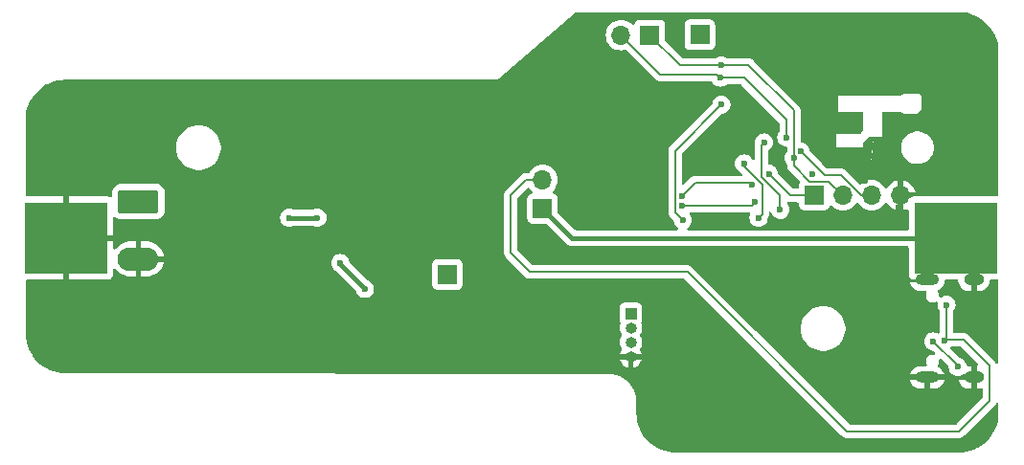
<source format=gbr>
%TF.GenerationSoftware,KiCad,Pcbnew,8.0.0*%
%TF.CreationDate,2024-06-13T14:54:28-05:00*%
%TF.ProjectId,SolarCheap,536f6c61-7243-4686-9561-702e6b696361,rev?*%
%TF.SameCoordinates,Original*%
%TF.FileFunction,Copper,L2,Bot*%
%TF.FilePolarity,Positive*%
%FSLAX46Y46*%
G04 Gerber Fmt 4.6, Leading zero omitted, Abs format (unit mm)*
G04 Created by KiCad (PCBNEW 8.0.0) date 2024-06-13 14:54:28*
%MOMM*%
%LPD*%
G01*
G04 APERTURE LIST*
G04 Aperture macros list*
%AMRoundRect*
0 Rectangle with rounded corners*
0 $1 Rounding radius*
0 $2 $3 $4 $5 $6 $7 $8 $9 X,Y pos of 4 corners*
0 Add a 4 corners polygon primitive as box body*
4,1,4,$2,$3,$4,$5,$6,$7,$8,$9,$2,$3,0*
0 Add four circle primitives for the rounded corners*
1,1,$1+$1,$2,$3*
1,1,$1+$1,$4,$5*
1,1,$1+$1,$6,$7*
1,1,$1+$1,$8,$9*
0 Add four rect primitives between the rounded corners*
20,1,$1+$1,$2,$3,$4,$5,0*
20,1,$1+$1,$4,$5,$6,$7,0*
20,1,$1+$1,$6,$7,$8,$9,0*
20,1,$1+$1,$8,$9,$2,$3,0*%
G04 Aperture macros list end*
%TA.AperFunction,ComponentPad*%
%ADD10R,1.700000X1.700000*%
%TD*%
%TA.AperFunction,ComponentPad*%
%ADD11O,1.700000X1.700000*%
%TD*%
%TA.AperFunction,ComponentPad*%
%ADD12O,2.100000X1.000000*%
%TD*%
%TA.AperFunction,ComponentPad*%
%ADD13O,1.800000X1.000000*%
%TD*%
%TA.AperFunction,ComponentPad*%
%ADD14RoundRect,0.249999X-1.550001X0.790001X-1.550001X-0.790001X1.550001X-0.790001X1.550001X0.790001X0*%
%TD*%
%TA.AperFunction,ComponentPad*%
%ADD15O,3.600000X2.080000*%
%TD*%
%TA.AperFunction,ComponentPad*%
%ADD16R,1.000000X1.000000*%
%TD*%
%TA.AperFunction,ComponentPad*%
%ADD17O,1.000000X1.000000*%
%TD*%
%TA.AperFunction,SMDPad,CuDef*%
%ADD18R,7.340000X6.350000*%
%TD*%
%TA.AperFunction,ViaPad*%
%ADD19C,0.600000*%
%TD*%
%TA.AperFunction,Conductor*%
%ADD20C,0.400000*%
%TD*%
%TA.AperFunction,Conductor*%
%ADD21C,0.200000*%
%TD*%
G04 APERTURE END LIST*
D10*
%TO.P,J5,1,Pin_1*%
%TO.N,+BATT*%
X153200000Y-125875000D03*
D11*
%TO.P,J5,2,Pin_2*%
%TO.N,+5V*%
X153200000Y-123335000D03*
%TD*%
D12*
%TO.P,J3,S1,SHIELD*%
%TO.N,VSS*%
X187175000Y-140820000D03*
D13*
X191325000Y-140820000D03*
D12*
X187175000Y-132180000D03*
D13*
X191325000Y-132180000D03*
%TD*%
D10*
%TO.P,J2,1,Pin_1*%
%TO.N,+BATT*%
X144800000Y-131700000D03*
%TD*%
%TO.P,J6,1,Pin_1*%
%TO.N,GPS_TX*%
X162675000Y-110535000D03*
D11*
%TO.P,J6,2,Pin_2*%
%TO.N,GPS_RX*%
X160135000Y-110535000D03*
%TD*%
D14*
%TO.P,J1,1,Pin_1*%
%TO.N,Net-(J1-Pin_1)*%
X117477500Y-125260000D03*
D15*
%TO.P,J1,2,Pin_2*%
%TO.N,VSS*%
X117477500Y-130340000D03*
%TD*%
D10*
%TO.P,J4,1,Pin_1*%
%TO.N,Net-(J4-Pin_1)*%
X167100000Y-110500000D03*
%TD*%
%TO.P,J7,1,Pin_1*%
%TO.N,VCC*%
X177200000Y-124720000D03*
D11*
%TO.P,J7,2,Pin_2*%
%TO.N,GPS_TX*%
X179740000Y-124720000D03*
%TO.P,J7,3,Pin_3*%
%TO.N,GPS_RX*%
X182280000Y-124720000D03*
%TO.P,J7,4,Pin_4*%
%TO.N,VSS*%
X184820000Y-124720000D03*
%TD*%
D16*
%TO.P,J8,1,Pin_1*%
%TO.N,GPIO5*%
X161000000Y-135190000D03*
D17*
%TO.P,J8,2,Pin_2*%
%TO.N,GPIO6*%
X161000000Y-136460000D03*
%TO.P,J8,3,Pin_3*%
%TO.N,GPIO7*%
X161000000Y-137730000D03*
%TO.P,J8,4,Pin_4*%
%TO.N,VSS*%
X161000000Y-139000000D03*
%TD*%
D18*
%TO.P,BT1,1,+*%
%TO.N,+BATT*%
X189730000Y-128500000D03*
%TO.P,BT1,2,-*%
%TO.N,VSS*%
X111070000Y-128500000D03*
%TD*%
D19*
%TO.N,VSS*%
X158600000Y-126500000D03*
X177200000Y-126800000D03*
X161900000Y-122500000D03*
X188700000Y-113700000D03*
X169000000Y-118900000D03*
X181700000Y-123400000D03*
X177070190Y-122829810D03*
X178400000Y-119500000D03*
X183300000Y-113300000D03*
X189700000Y-118900000D03*
X180700000Y-135200000D03*
X173600000Y-127000000D03*
X179600000Y-110800000D03*
X189000000Y-116000000D03*
X170400000Y-127300000D03*
X168600000Y-127400000D03*
X180400000Y-138100000D03*
X162600000Y-120700000D03*
X158400000Y-133700000D03*
X188600000Y-119100000D03*
X178709620Y-120790380D03*
X181100000Y-122600000D03*
X184200000Y-120400000D03*
X184700000Y-125800000D03*
X182500000Y-112100000D03*
X184700000Y-140100000D03*
X178400000Y-118000000D03*
X189800000Y-117000000D03*
X174300000Y-122200000D03*
X178400000Y-116600000D03*
X159800000Y-138400000D03*
X183000000Y-120900000D03*
X182500000Y-122000000D03*
X181900000Y-110700000D03*
X183300000Y-146600000D03*
X158500000Y-130500000D03*
X189100000Y-118000000D03*
X159200000Y-135700000D03*
X159600000Y-124700000D03*
X187600000Y-143100000D03*
X175600000Y-144000000D03*
X184900000Y-119400000D03*
X188300000Y-114700000D03*
X184900000Y-113200000D03*
X169000000Y-121400000D03*
X169000000Y-139600000D03*
X180100000Y-140700000D03*
X188100000Y-120000000D03*
X186800000Y-113200000D03*
X189600000Y-115100000D03*
X188100000Y-147000000D03*
X178954720Y-122035480D03*
%TO.N,Net-(J1-Pin_1)*%
X130800000Y-126700000D03*
X135312500Y-130700000D03*
X137500000Y-133000000D03*
X133300000Y-126700000D03*
%TO.N,VCC*%
X173201028Y-122819305D03*
%TO.N,+5V*%
X188700000Y-137600000D03*
X188900000Y-134400000D03*
%TO.N,Net-(J3-CC1)*%
X187740380Y-137640380D03*
X189900000Y-139900000D03*
%TO.N,SDA*%
X165500000Y-124800000D03*
X171749694Y-123800305D03*
%TO.N,SCL*%
X172769983Y-120030017D03*
X174200000Y-126000000D03*
X165550000Y-125600000D03*
X172000000Y-125300000D03*
%TO.N,GPS_En*%
X169000000Y-116700000D03*
X165600000Y-126900000D03*
%TO.N,GPS_TX*%
X169000000Y-113200000D03*
X175400000Y-121400000D03*
%TO.N,Reset*%
X172300000Y-126700000D03*
X171000000Y-121900000D03*
%TO.N,GPS_RX*%
X168900000Y-114300000D03*
X176000000Y-120840380D03*
X174750000Y-119590380D03*
%TD*%
D20*
%TO.N,+BATT*%
X153200000Y-125875000D02*
X155825000Y-128500000D01*
X155825000Y-128500000D02*
X189730000Y-128500000D01*
%TO.N,Net-(J1-Pin_1)*%
X137500000Y-133000000D02*
X135312500Y-130812500D01*
X130800000Y-126700000D02*
X133300000Y-126700000D01*
X135312500Y-130812500D02*
X135312500Y-130700000D01*
D21*
%TO.N,VCC*%
X177200000Y-124720000D02*
X175101723Y-124720000D01*
X175101723Y-124720000D02*
X173201028Y-122819305D01*
%TO.N,+5V*%
X151765000Y-123335000D02*
X153200000Y-123335000D01*
X150400000Y-129800000D02*
X150400000Y-124700000D01*
X190000000Y-145600000D02*
X180100000Y-145600000D01*
X192700000Y-142900000D02*
X190000000Y-145600000D01*
X150400000Y-124700000D02*
X151765000Y-123335000D01*
X188700000Y-137600000D02*
X188800000Y-137500000D01*
X188700000Y-137600000D02*
X188900000Y-137400000D01*
X166000000Y-131500000D02*
X152100000Y-131500000D01*
X188900000Y-137400000D02*
X188900000Y-134400000D01*
X192700000Y-139800000D02*
X192700000Y-142900000D01*
X190400000Y-137500000D02*
X192700000Y-139800000D01*
X152100000Y-131500000D02*
X150400000Y-129800000D01*
X188800000Y-137500000D02*
X190400000Y-137500000D01*
X180100000Y-145600000D02*
X166000000Y-131500000D01*
%TO.N,Net-(J3-CC1)*%
X189900000Y-139900000D02*
X189900000Y-139800000D01*
X189900000Y-139800000D02*
X187740380Y-137640380D01*
%TO.N,SDA*%
X171549389Y-123600000D02*
X171749694Y-123800305D01*
X165500000Y-124800000D02*
X166700000Y-123600000D01*
X166700000Y-123600000D02*
X171549389Y-123600000D01*
%TO.N,SCL*%
X172000000Y-125300000D02*
X171700000Y-125600000D01*
X174200000Y-124737516D02*
X172551028Y-123088544D01*
X172551028Y-120248972D02*
X172769983Y-120030017D01*
X174200000Y-126000000D02*
X174200000Y-124737516D01*
X171700000Y-125600000D02*
X165550000Y-125600000D01*
X172551028Y-123088544D02*
X172551028Y-120248972D01*
%TO.N,GPS_En*%
X165600000Y-126900000D02*
X164900000Y-126200000D01*
X164900000Y-126200000D02*
X164900000Y-120800000D01*
X164900000Y-120800000D02*
X169000000Y-116700000D01*
%TO.N,GPS_TX*%
X176800951Y-123479810D02*
X175400000Y-122078859D01*
X178499810Y-123479810D02*
X176800951Y-123479810D01*
X175400000Y-121400000D02*
X175400000Y-117200000D01*
X175400000Y-122078859D02*
X175400000Y-121400000D01*
X165340000Y-113200000D02*
X169000000Y-113200000D01*
X179740000Y-124720000D02*
X178499810Y-123479810D01*
X171400000Y-113200000D02*
X169000000Y-113200000D01*
X175400000Y-117200000D02*
X171400000Y-113200000D01*
X162675000Y-110535000D02*
X165340000Y-113200000D01*
%TO.N,Reset*%
X171000000Y-122131372D02*
X171000000Y-121900000D01*
X172600000Y-126400000D02*
X172600000Y-123731372D01*
X172300000Y-126700000D02*
X172600000Y-126400000D01*
X172600000Y-123731372D02*
X171000000Y-122131372D01*
%TO.N,GPS_RX*%
X174750000Y-118050000D02*
X174750000Y-119590380D01*
X178112539Y-122952919D02*
X176000000Y-120840380D01*
X182280000Y-124720000D02*
X181366346Y-124720000D01*
X179599265Y-122952919D02*
X178112539Y-122952919D01*
X168900000Y-114300000D02*
X171000000Y-114300000D01*
X181366346Y-124720000D02*
X179599265Y-122952919D01*
X163600000Y-114000000D02*
X168600000Y-114000000D01*
X168600000Y-114000000D02*
X168900000Y-114300000D01*
X171000000Y-114300000D02*
X174750000Y-118050000D01*
X160135000Y-110535000D02*
X163600000Y-114000000D01*
%TD*%
%TA.AperFunction,Conductor*%
%TO.N,VSS*%
G36*
X188700000Y-122400000D02*
G01*
X182100000Y-122000000D01*
X178800000Y-122100000D01*
X178800000Y-121900000D01*
X182200000Y-121900000D01*
X182360779Y-120613768D01*
X184884500Y-120613768D01*
X184920093Y-120838490D01*
X184990400Y-121054876D01*
X184990401Y-121054879D01*
X185093697Y-121257607D01*
X185227434Y-121441680D01*
X185388320Y-121602566D01*
X185572393Y-121736303D01*
X185671825Y-121786966D01*
X185775120Y-121839598D01*
X185775123Y-121839599D01*
X185883316Y-121874752D01*
X185991511Y-121909907D01*
X186095591Y-121926391D01*
X186216232Y-121945500D01*
X186216237Y-121945500D01*
X186443768Y-121945500D01*
X186552710Y-121928244D01*
X186668489Y-121909907D01*
X186884879Y-121839598D01*
X187087607Y-121736303D01*
X187271680Y-121602566D01*
X187432566Y-121441680D01*
X187566303Y-121257607D01*
X187669598Y-121054879D01*
X187739907Y-120838489D01*
X187758244Y-120722710D01*
X187775500Y-120613768D01*
X187775500Y-120386231D01*
X187754793Y-120255499D01*
X187739907Y-120161511D01*
X187669598Y-119945121D01*
X187669598Y-119945120D01*
X187566302Y-119742392D01*
X187432566Y-119558320D01*
X187271680Y-119397434D01*
X187087607Y-119263697D01*
X186884879Y-119160401D01*
X186884876Y-119160400D01*
X186668490Y-119090093D01*
X186443768Y-119054500D01*
X186443763Y-119054500D01*
X186216237Y-119054500D01*
X186216232Y-119054500D01*
X185991509Y-119090093D01*
X185775123Y-119160400D01*
X185775120Y-119160401D01*
X185572392Y-119263697D01*
X185522426Y-119300000D01*
X185388320Y-119397434D01*
X185388318Y-119397436D01*
X185388317Y-119397436D01*
X185227436Y-119558317D01*
X185227436Y-119558318D01*
X185227434Y-119558320D01*
X185169998Y-119637372D01*
X185093697Y-119742392D01*
X184990401Y-119945120D01*
X184990400Y-119945123D01*
X184920093Y-120161509D01*
X184884500Y-120386231D01*
X184884500Y-120613768D01*
X182360779Y-120613768D01*
X182500000Y-119500000D01*
X183200000Y-119500000D01*
X183200000Y-117424000D01*
X183219685Y-117356961D01*
X183272489Y-117311206D01*
X183324000Y-117300000D01*
X184770728Y-117300000D01*
X184826179Y-117313089D01*
X185200000Y-117500000D01*
X186299999Y-117500000D01*
X186300000Y-117500000D01*
X186700000Y-117200000D01*
X186700000Y-116000000D01*
X186700000Y-115999999D01*
X186500000Y-115700000D01*
X185200000Y-115700000D01*
X184826181Y-115886909D01*
X184770728Y-115900000D01*
X181500000Y-115900000D01*
X182000000Y-113700000D01*
X188500000Y-113500000D01*
X188700000Y-122400000D01*
G37*
%TD.AperFunction*%
%TD*%
%TA.AperFunction,Conductor*%
%TO.N,VSS*%
G36*
X181500000Y-118870728D02*
G01*
X181486909Y-118926182D01*
X181334273Y-119231454D01*
X181286686Y-119282613D01*
X181223364Y-119300000D01*
X179200000Y-119300000D01*
X179200000Y-120500000D01*
X181500000Y-120500000D01*
X181500000Y-120151362D01*
X181519685Y-120084323D01*
X181536319Y-120063681D01*
X182063681Y-119536319D01*
X182125004Y-119502834D01*
X182151362Y-119500000D01*
X182500000Y-119500000D01*
X182200000Y-121900000D01*
X178600000Y-121900000D01*
X178600000Y-118200000D01*
X181500000Y-118200000D01*
X181500000Y-118870728D01*
G37*
%TD.AperFunction*%
%TD*%
%TA.AperFunction,Conductor*%
%TO.N,VSS*%
G36*
X181444225Y-119011551D02*
G01*
X181352670Y-119194661D01*
X181352667Y-119194667D01*
X181352666Y-119194668D01*
X181486909Y-118926182D01*
X181444225Y-119011551D01*
G37*
%TD.AperFunction*%
%TA.AperFunction,Conductor*%
G36*
X184826181Y-117313090D02*
G01*
X185200000Y-117500000D01*
X184826179Y-117313089D01*
X184826181Y-117313090D01*
G37*
%TD.AperFunction*%
%TA.AperFunction,Conductor*%
G36*
X190003032Y-108500648D02*
G01*
X190336929Y-108517052D01*
X190349037Y-108518245D01*
X190430656Y-108530352D01*
X190676699Y-108566849D01*
X190688617Y-108569219D01*
X191009951Y-108649709D01*
X191021588Y-108653240D01*
X191092806Y-108678722D01*
X191333467Y-108764832D01*
X191344688Y-108769479D01*
X191644163Y-108911120D01*
X191654871Y-108916844D01*
X191938988Y-109087137D01*
X191949103Y-109093895D01*
X192174550Y-109261098D01*
X192215170Y-109291224D01*
X192224576Y-109298944D01*
X192470013Y-109521395D01*
X192478604Y-109529986D01*
X192575711Y-109637127D01*
X192701055Y-109775423D01*
X192708775Y-109784829D01*
X192906102Y-110050893D01*
X192912862Y-110061011D01*
X193041776Y-110276092D01*
X193083148Y-110345116D01*
X193088883Y-110355844D01*
X193173617Y-110535000D01*
X193230514Y-110655297D01*
X193235170Y-110666540D01*
X193346759Y-110978411D01*
X193350292Y-110990055D01*
X193430777Y-111311369D01*
X193433151Y-111323305D01*
X193481754Y-111650962D01*
X193482947Y-111663071D01*
X193499351Y-111996966D01*
X193499500Y-112003051D01*
X193499500Y-124700500D01*
X193479815Y-124767539D01*
X193427011Y-124813294D01*
X193375500Y-124824500D01*
X186012129Y-124824500D01*
X186012123Y-124824501D01*
X185952516Y-124830908D01*
X185817671Y-124881202D01*
X185817668Y-124881204D01*
X185789125Y-124902572D01*
X185732092Y-124945266D01*
X185666629Y-124969684D01*
X185657782Y-124970000D01*
X185253012Y-124970000D01*
X185285925Y-124912993D01*
X185320000Y-124785826D01*
X185320000Y-124654174D01*
X185285925Y-124527007D01*
X185253012Y-124470000D01*
X186150636Y-124470000D01*
X186150635Y-124469999D01*
X186093432Y-124256513D01*
X186093429Y-124256507D01*
X185993600Y-124042422D01*
X185993599Y-124042420D01*
X185858113Y-123848926D01*
X185858108Y-123848920D01*
X185691082Y-123681894D01*
X185497578Y-123546399D01*
X185283492Y-123446570D01*
X185283486Y-123446567D01*
X185070000Y-123389364D01*
X185070000Y-124286988D01*
X185012993Y-124254075D01*
X184885826Y-124220000D01*
X184754174Y-124220000D01*
X184627007Y-124254075D01*
X184570000Y-124286988D01*
X184570000Y-123389364D01*
X184569999Y-123389364D01*
X184356513Y-123446567D01*
X184356507Y-123446570D01*
X184142422Y-123546399D01*
X184142420Y-123546400D01*
X183948926Y-123681886D01*
X183948920Y-123681891D01*
X183781891Y-123848920D01*
X183781890Y-123848922D01*
X183651880Y-124034595D01*
X183597303Y-124078219D01*
X183527804Y-124085412D01*
X183465450Y-124053890D01*
X183448730Y-124034594D01*
X183318494Y-123848597D01*
X183151402Y-123681506D01*
X183151395Y-123681501D01*
X182957834Y-123545967D01*
X182957830Y-123545965D01*
X182864467Y-123502429D01*
X182743663Y-123446097D01*
X182743659Y-123446096D01*
X182743655Y-123446094D01*
X182515413Y-123384938D01*
X182515403Y-123384936D01*
X182280001Y-123364341D01*
X182279999Y-123364341D01*
X182044596Y-123384936D01*
X182044586Y-123384938D01*
X181816344Y-123446094D01*
X181816335Y-123446098D01*
X181602171Y-123545964D01*
X181602169Y-123545965D01*
X181408596Y-123681506D01*
X181380519Y-123709582D01*
X181319195Y-123743065D01*
X181249504Y-123738078D01*
X181205160Y-123709579D01*
X180086855Y-122591274D01*
X180086853Y-122591271D01*
X179967982Y-122472400D01*
X179967981Y-122472399D01*
X179881169Y-122422279D01*
X179881169Y-122422278D01*
X179881165Y-122422277D01*
X179831050Y-122393342D01*
X179678322Y-122352418D01*
X179520208Y-122352418D01*
X179512612Y-122352418D01*
X179512596Y-122352419D01*
X178412636Y-122352419D01*
X178345597Y-122332734D01*
X178324955Y-122316100D01*
X177908855Y-121900000D01*
X178600000Y-121900000D01*
X178800000Y-121900000D01*
X178800000Y-122100000D01*
X182100000Y-122000000D01*
X188700000Y-122400000D01*
X188500000Y-113500000D01*
X182000000Y-113700000D01*
X181500000Y-115900000D01*
X179300000Y-115900000D01*
X179300000Y-117300000D01*
X181376000Y-117300000D01*
X181443039Y-117319685D01*
X181488794Y-117372489D01*
X181500000Y-117424000D01*
X181500000Y-118200000D01*
X178600000Y-118200000D01*
X178600000Y-121900000D01*
X177908855Y-121900000D01*
X176830700Y-120821845D01*
X176797215Y-120760522D01*
X176795163Y-120748066D01*
X176785368Y-120661125D01*
X176725789Y-120490858D01*
X176629816Y-120338118D01*
X176502262Y-120210564D01*
X176437570Y-120169915D01*
X176349521Y-120114590D01*
X176179249Y-120055010D01*
X176110616Y-120047277D01*
X176046202Y-120020210D01*
X176006647Y-119962615D01*
X176000500Y-119924057D01*
X176000500Y-117120945D01*
X176000499Y-117120941D01*
X175969306Y-117004521D01*
X175969306Y-117004520D01*
X175959578Y-116968217D01*
X175959577Y-116968216D01*
X175959577Y-116968215D01*
X175930639Y-116918095D01*
X175880520Y-116831284D01*
X175768716Y-116719480D01*
X175768715Y-116719479D01*
X175764385Y-116715149D01*
X175764374Y-116715139D01*
X171887590Y-112838355D01*
X171887588Y-112838352D01*
X171768717Y-112719481D01*
X171768709Y-112719475D01*
X171666936Y-112660717D01*
X171666934Y-112660716D01*
X171631790Y-112640425D01*
X171631789Y-112640424D01*
X171619263Y-112637067D01*
X171479057Y-112599499D01*
X171320943Y-112599499D01*
X171313347Y-112599499D01*
X171313331Y-112599500D01*
X169582412Y-112599500D01*
X169515373Y-112579815D01*
X169505097Y-112572445D01*
X169502263Y-112570185D01*
X169502262Y-112570184D01*
X169445496Y-112534515D01*
X169349523Y-112474211D01*
X169179254Y-112414631D01*
X169179249Y-112414630D01*
X169000004Y-112394435D01*
X168999996Y-112394435D01*
X168820750Y-112414630D01*
X168820745Y-112414631D01*
X168650476Y-112474211D01*
X168497736Y-112570185D01*
X168494903Y-112572445D01*
X168492724Y-112573334D01*
X168491842Y-112573889D01*
X168491744Y-112573734D01*
X168430217Y-112598855D01*
X168417588Y-112599500D01*
X165640097Y-112599500D01*
X165573058Y-112579815D01*
X165552416Y-112563181D01*
X164387105Y-111397870D01*
X165749500Y-111397870D01*
X165749501Y-111397876D01*
X165755908Y-111457483D01*
X165806202Y-111592328D01*
X165806206Y-111592335D01*
X165892452Y-111707544D01*
X165892455Y-111707547D01*
X166007664Y-111793793D01*
X166007671Y-111793797D01*
X166142517Y-111844091D01*
X166142516Y-111844091D01*
X166149444Y-111844835D01*
X166202127Y-111850500D01*
X167997872Y-111850499D01*
X168057483Y-111844091D01*
X168192331Y-111793796D01*
X168307546Y-111707546D01*
X168393796Y-111592331D01*
X168444091Y-111457483D01*
X168450500Y-111397873D01*
X168450499Y-109602128D01*
X168444091Y-109542517D01*
X168436210Y-109521388D01*
X168393797Y-109407671D01*
X168393793Y-109407664D01*
X168307547Y-109292455D01*
X168307544Y-109292452D01*
X168192335Y-109206206D01*
X168192328Y-109206202D01*
X168057482Y-109155908D01*
X168057483Y-109155908D01*
X167997883Y-109149501D01*
X167997881Y-109149500D01*
X167997873Y-109149500D01*
X167997864Y-109149500D01*
X166202129Y-109149500D01*
X166202123Y-109149501D01*
X166142516Y-109155908D01*
X166007671Y-109206202D01*
X166007664Y-109206206D01*
X165892455Y-109292452D01*
X165892452Y-109292455D01*
X165806206Y-109407664D01*
X165806202Y-109407671D01*
X165755908Y-109542517D01*
X165751924Y-109579579D01*
X165749501Y-109602123D01*
X165749500Y-109602135D01*
X165749500Y-111397870D01*
X164387105Y-111397870D01*
X164061818Y-111072583D01*
X164028333Y-111011260D01*
X164025499Y-110984902D01*
X164025499Y-109637129D01*
X164025498Y-109637123D01*
X164021736Y-109602128D01*
X164019091Y-109577517D01*
X164017810Y-109574083D01*
X163968797Y-109442671D01*
X163968793Y-109442664D01*
X163882547Y-109327455D01*
X163882544Y-109327452D01*
X163767335Y-109241206D01*
X163767328Y-109241202D01*
X163632482Y-109190908D01*
X163632483Y-109190908D01*
X163572883Y-109184501D01*
X163572881Y-109184500D01*
X163572873Y-109184500D01*
X163572864Y-109184500D01*
X161777129Y-109184500D01*
X161777123Y-109184501D01*
X161717516Y-109190908D01*
X161582671Y-109241202D01*
X161582664Y-109241206D01*
X161467455Y-109327452D01*
X161467452Y-109327455D01*
X161381206Y-109442664D01*
X161381203Y-109442669D01*
X161332189Y-109574083D01*
X161290317Y-109630016D01*
X161224853Y-109654433D01*
X161156580Y-109639581D01*
X161128326Y-109618430D01*
X161006402Y-109496506D01*
X161006395Y-109496501D01*
X160812834Y-109360967D01*
X160812830Y-109360965D01*
X160812828Y-109360964D01*
X160598663Y-109261097D01*
X160598659Y-109261096D01*
X160598655Y-109261094D01*
X160370413Y-109199938D01*
X160370403Y-109199936D01*
X160135001Y-109179341D01*
X160134999Y-109179341D01*
X159899596Y-109199936D01*
X159899586Y-109199938D01*
X159671344Y-109261094D01*
X159671335Y-109261098D01*
X159457171Y-109360964D01*
X159457169Y-109360965D01*
X159263597Y-109496505D01*
X159096505Y-109663597D01*
X158960965Y-109857169D01*
X158960964Y-109857171D01*
X158861098Y-110071335D01*
X158861094Y-110071344D01*
X158799938Y-110299586D01*
X158799936Y-110299596D01*
X158779341Y-110534999D01*
X158779341Y-110535000D01*
X158799936Y-110770403D01*
X158799938Y-110770413D01*
X158861094Y-110998655D01*
X158861096Y-110998659D01*
X158861097Y-110998663D01*
X158878631Y-111036264D01*
X158960965Y-111212830D01*
X158960967Y-111212834D01*
X159069281Y-111367521D01*
X159096505Y-111406401D01*
X159263599Y-111573495D01*
X159360384Y-111641265D01*
X159457165Y-111709032D01*
X159457167Y-111709033D01*
X159457170Y-111709035D01*
X159671337Y-111808903D01*
X159899592Y-111870063D01*
X160079634Y-111885815D01*
X160134999Y-111890659D01*
X160135000Y-111890659D01*
X160135001Y-111890659D01*
X160190366Y-111885815D01*
X160370408Y-111870063D01*
X160498757Y-111835672D01*
X160568606Y-111837335D01*
X160618531Y-111867766D01*
X163115139Y-114364374D01*
X163115149Y-114364385D01*
X163119479Y-114368715D01*
X163119480Y-114368716D01*
X163231284Y-114480520D01*
X163231286Y-114480521D01*
X163231290Y-114480524D01*
X163295073Y-114517349D01*
X163295077Y-114517350D01*
X163295078Y-114517351D01*
X163368215Y-114559577D01*
X163520943Y-114600501D01*
X163520946Y-114600501D01*
X163686653Y-114600501D01*
X163686669Y-114600500D01*
X168074876Y-114600500D01*
X168141915Y-114620185D01*
X168179869Y-114658527D01*
X168270184Y-114802262D01*
X168397738Y-114929816D01*
X168550478Y-115025789D01*
X168720745Y-115085368D01*
X168720750Y-115085369D01*
X168899996Y-115105565D01*
X168900000Y-115105565D01*
X168900004Y-115105565D01*
X169079249Y-115085369D01*
X169079252Y-115085368D01*
X169079255Y-115085368D01*
X169249522Y-115025789D01*
X169402262Y-114929816D01*
X169402267Y-114929810D01*
X169405097Y-114927555D01*
X169407275Y-114926665D01*
X169408158Y-114926111D01*
X169408255Y-114926265D01*
X169469783Y-114901145D01*
X169482412Y-114900500D01*
X170699903Y-114900500D01*
X170766942Y-114920185D01*
X170787584Y-114936819D01*
X174113181Y-118262416D01*
X174146666Y-118323739D01*
X174149500Y-118350097D01*
X174149500Y-119007967D01*
X174129815Y-119075006D01*
X174122450Y-119085276D01*
X174120186Y-119088114D01*
X174024211Y-119240856D01*
X173964631Y-119411125D01*
X173964630Y-119411130D01*
X173944435Y-119590376D01*
X173944435Y-119590383D01*
X173964630Y-119769629D01*
X173964631Y-119769634D01*
X174024211Y-119939903D01*
X174105135Y-120068692D01*
X174120184Y-120092642D01*
X174247738Y-120220196D01*
X174400478Y-120316169D01*
X174463202Y-120338117D01*
X174570745Y-120375748D01*
X174570749Y-120375749D01*
X174661607Y-120385985D01*
X174689383Y-120389115D01*
X174753797Y-120416181D01*
X174793352Y-120473775D01*
X174799500Y-120512335D01*
X174799500Y-120817587D01*
X174779815Y-120884626D01*
X174772450Y-120894896D01*
X174770186Y-120897734D01*
X174674211Y-121050476D01*
X174614631Y-121220745D01*
X174614630Y-121220750D01*
X174594435Y-121399996D01*
X174594435Y-121400003D01*
X174614630Y-121579249D01*
X174614631Y-121579254D01*
X174674211Y-121749523D01*
X174730810Y-121839598D01*
X174768760Y-121899996D01*
X174770185Y-121902263D01*
X174772445Y-121905097D01*
X174773334Y-121907275D01*
X174773889Y-121908158D01*
X174773734Y-121908255D01*
X174798855Y-121969783D01*
X174799500Y-121982412D01*
X174799500Y-121992189D01*
X174799499Y-121992207D01*
X174799499Y-122157913D01*
X174799498Y-122157913D01*
X174840424Y-122310648D01*
X174840425Y-122310649D01*
X174864541Y-122352418D01*
X174864542Y-122352420D01*
X174919475Y-122447568D01*
X174919481Y-122447576D01*
X175038349Y-122566444D01*
X175038355Y-122566449D01*
X175913012Y-123441106D01*
X175946497Y-123502429D01*
X175941513Y-123572121D01*
X175924600Y-123603093D01*
X175906204Y-123627669D01*
X175906202Y-123627672D01*
X175855908Y-123762517D01*
X175849501Y-123822116D01*
X175849500Y-123822135D01*
X175849500Y-123995500D01*
X175829815Y-124062539D01*
X175777011Y-124108294D01*
X175725500Y-124119500D01*
X175401821Y-124119500D01*
X175334782Y-124099815D01*
X175314140Y-124083181D01*
X174031728Y-122800770D01*
X173998243Y-122739447D01*
X173996191Y-122726991D01*
X173986396Y-122640050D01*
X173926817Y-122469783D01*
X173830844Y-122317043D01*
X173703290Y-122189489D01*
X173657898Y-122160967D01*
X173550551Y-122093516D01*
X173380282Y-122033936D01*
X173380278Y-122033935D01*
X173261644Y-122020569D01*
X173197230Y-121993502D01*
X173157675Y-121935908D01*
X173151528Y-121897349D01*
X173151528Y-120804216D01*
X173171213Y-120737177D01*
X173209557Y-120699222D01*
X173272245Y-120659833D01*
X173399799Y-120532279D01*
X173495772Y-120379539D01*
X173555351Y-120209272D01*
X173555352Y-120209266D01*
X173575548Y-120030020D01*
X173575548Y-120030013D01*
X173555352Y-119850767D01*
X173555351Y-119850762D01*
X173495771Y-119680493D01*
X173399798Y-119527754D01*
X173272245Y-119400201D01*
X173119506Y-119304228D01*
X172949237Y-119244648D01*
X172949232Y-119244647D01*
X172769987Y-119224452D01*
X172769979Y-119224452D01*
X172590733Y-119244647D01*
X172590728Y-119244648D01*
X172420459Y-119304228D01*
X172267720Y-119400201D01*
X172140167Y-119527754D01*
X172044194Y-119680493D01*
X171984614Y-119850762D01*
X171984613Y-119850767D01*
X171964418Y-120030013D01*
X171964418Y-120030020D01*
X171968775Y-120068692D01*
X171965330Y-120114667D01*
X171950527Y-120169913D01*
X171950527Y-120338018D01*
X171950528Y-120338031D01*
X171950528Y-121477733D01*
X171930843Y-121544772D01*
X171878039Y-121590527D01*
X171808881Y-121600471D01*
X171745325Y-121571446D01*
X171721535Y-121543706D01*
X171629817Y-121397739D01*
X171502262Y-121270184D01*
X171349523Y-121174211D01*
X171179254Y-121114631D01*
X171179249Y-121114630D01*
X171000004Y-121094435D01*
X170999996Y-121094435D01*
X170820750Y-121114630D01*
X170820745Y-121114631D01*
X170650476Y-121174211D01*
X170497737Y-121270184D01*
X170370184Y-121397737D01*
X170274211Y-121550476D01*
X170214631Y-121720745D01*
X170214630Y-121720750D01*
X170194435Y-121899996D01*
X170194435Y-121900003D01*
X170214630Y-122079249D01*
X170214631Y-122079254D01*
X170274211Y-122249523D01*
X170338866Y-122352420D01*
X170370184Y-122402262D01*
X170497738Y-122529816D01*
X170624401Y-122609403D01*
X170646108Y-122626715D01*
X170807212Y-122787819D01*
X170840697Y-122849142D01*
X170835713Y-122918834D01*
X170793841Y-122974767D01*
X170728377Y-122999184D01*
X170719531Y-122999500D01*
X166779057Y-122999500D01*
X166620942Y-122999500D01*
X166468215Y-123040423D01*
X166468214Y-123040423D01*
X166468212Y-123040424D01*
X166468209Y-123040425D01*
X166418096Y-123069359D01*
X166418095Y-123069360D01*
X166374689Y-123094420D01*
X166331285Y-123119479D01*
X166331282Y-123119481D01*
X165712181Y-123738583D01*
X165650858Y-123772068D01*
X165581166Y-123767084D01*
X165525233Y-123725212D01*
X165500816Y-123659748D01*
X165500500Y-123650902D01*
X165500500Y-121100097D01*
X165520185Y-121033058D01*
X165536819Y-121012416D01*
X167266622Y-119282613D01*
X169018536Y-117530698D01*
X169079857Y-117497215D01*
X169092310Y-117495163D01*
X169179255Y-117485368D01*
X169349522Y-117425789D01*
X169502262Y-117329816D01*
X169629816Y-117202262D01*
X169725789Y-117049522D01*
X169785368Y-116879255D01*
X169803370Y-116719480D01*
X169805565Y-116700003D01*
X169805565Y-116699996D01*
X169785369Y-116520750D01*
X169785368Y-116520745D01*
X169725788Y-116350476D01*
X169629815Y-116197737D01*
X169502262Y-116070184D01*
X169349523Y-115974211D01*
X169179254Y-115914631D01*
X169179249Y-115914630D01*
X169000004Y-115894435D01*
X168999996Y-115894435D01*
X168820750Y-115914630D01*
X168820745Y-115914631D01*
X168650476Y-115974211D01*
X168497737Y-116070184D01*
X168370184Y-116197737D01*
X168274210Y-116350478D01*
X168214630Y-116520750D01*
X168204837Y-116607667D01*
X168177770Y-116672081D01*
X168169298Y-116681464D01*
X164531286Y-120319478D01*
X164419481Y-120431282D01*
X164419480Y-120431284D01*
X164379807Y-120500000D01*
X164340423Y-120568215D01*
X164299499Y-120720943D01*
X164299499Y-120720945D01*
X164299499Y-120889046D01*
X164299500Y-120889059D01*
X164299500Y-126113330D01*
X164299499Y-126113348D01*
X164299499Y-126279054D01*
X164299498Y-126279054D01*
X164340422Y-126431784D01*
X164340423Y-126431785D01*
X164342000Y-126434517D01*
X164342004Y-126434531D01*
X164342008Y-126434530D01*
X164419477Y-126568712D01*
X164419481Y-126568717D01*
X164538349Y-126687585D01*
X164538355Y-126687590D01*
X164769298Y-126918533D01*
X164802783Y-126979856D01*
X164804837Y-126992330D01*
X164814630Y-127079249D01*
X164874210Y-127249521D01*
X164881937Y-127261818D01*
X164970184Y-127402262D01*
X165097738Y-127529816D01*
X165162496Y-127570506D01*
X165208787Y-127622841D01*
X165219435Y-127691894D01*
X165191060Y-127755743D01*
X165132670Y-127794115D01*
X165096524Y-127799500D01*
X156166519Y-127799500D01*
X156099480Y-127779815D01*
X156078838Y-127763181D01*
X154586818Y-126271161D01*
X154553333Y-126209838D01*
X154550499Y-126183480D01*
X154550499Y-124977129D01*
X154550498Y-124977123D01*
X154550497Y-124977116D01*
X154544091Y-124917517D01*
X154542188Y-124912416D01*
X154493797Y-124782671D01*
X154493793Y-124782664D01*
X154407547Y-124667455D01*
X154407544Y-124667452D01*
X154292335Y-124581206D01*
X154292328Y-124581202D01*
X154160917Y-124532189D01*
X154104983Y-124490318D01*
X154080566Y-124424853D01*
X154095418Y-124356580D01*
X154116563Y-124328332D01*
X154238495Y-124206401D01*
X154374035Y-124012830D01*
X154473903Y-123798663D01*
X154535063Y-123570408D01*
X154555659Y-123335000D01*
X154535063Y-123099592D01*
X154473903Y-122871337D01*
X154374035Y-122657171D01*
X154374034Y-122657169D01*
X154238494Y-122463597D01*
X154071402Y-122296506D01*
X154071395Y-122296501D01*
X153877834Y-122160967D01*
X153877830Y-122160965D01*
X153845937Y-122146093D01*
X153663663Y-122061097D01*
X153663659Y-122061096D01*
X153663655Y-122061094D01*
X153435413Y-121999938D01*
X153435403Y-121999936D01*
X153200001Y-121979341D01*
X153199999Y-121979341D01*
X152964596Y-121999936D01*
X152964586Y-121999938D01*
X152736344Y-122061094D01*
X152736335Y-122061098D01*
X152522171Y-122160964D01*
X152522169Y-122160965D01*
X152328597Y-122296505D01*
X152161506Y-122463596D01*
X152025965Y-122657170D01*
X152025962Y-122657175D01*
X152023289Y-122662909D01*
X151977115Y-122715346D01*
X151910909Y-122734500D01*
X151851670Y-122734500D01*
X151851654Y-122734499D01*
X151844058Y-122734499D01*
X151685943Y-122734499D01*
X151609579Y-122754961D01*
X151533214Y-122775423D01*
X151533209Y-122775426D01*
X151396290Y-122854475D01*
X151396282Y-122854481D01*
X149919481Y-124331282D01*
X149919477Y-124331287D01*
X149895111Y-124373493D01*
X149895110Y-124373495D01*
X149840423Y-124468215D01*
X149799499Y-124620943D01*
X149799499Y-124620945D01*
X149799499Y-124789046D01*
X149799500Y-124789059D01*
X149799500Y-129713330D01*
X149799499Y-129713348D01*
X149799499Y-129879054D01*
X149799498Y-129879054D01*
X149803620Y-129894435D01*
X149840423Y-130031785D01*
X149850651Y-130049500D01*
X149919477Y-130168712D01*
X149919481Y-130168717D01*
X150038349Y-130287585D01*
X150038355Y-130287590D01*
X151615139Y-131864374D01*
X151615149Y-131864385D01*
X151619479Y-131868715D01*
X151619480Y-131868716D01*
X151731284Y-131980520D01*
X151757742Y-131995795D01*
X151818095Y-132030639D01*
X151818097Y-132030641D01*
X151856151Y-132052611D01*
X151868215Y-132059577D01*
X152020943Y-132100500D01*
X152179057Y-132100500D01*
X165699903Y-132100500D01*
X165766942Y-132120185D01*
X165787584Y-132136819D01*
X179615139Y-145964374D01*
X179615149Y-145964385D01*
X179619479Y-145968715D01*
X179619480Y-145968716D01*
X179731284Y-146080520D01*
X179818095Y-146130639D01*
X179818097Y-146130641D01*
X179868213Y-146159576D01*
X179868215Y-146159577D01*
X180020942Y-146200500D01*
X180020943Y-146200500D01*
X189913331Y-146200500D01*
X189913347Y-146200501D01*
X189920943Y-146200501D01*
X190079054Y-146200501D01*
X190079057Y-146200501D01*
X190231785Y-146159577D01*
X190281904Y-146130639D01*
X190368716Y-146080520D01*
X190480520Y-145968716D01*
X190480520Y-145968714D01*
X190490728Y-145958507D01*
X190490729Y-145958504D01*
X193180520Y-143268716D01*
X193259577Y-143131784D01*
X193259577Y-143131781D01*
X193260938Y-143128498D01*
X193262831Y-143126148D01*
X193263641Y-143124746D01*
X193263859Y-143124872D01*
X193304778Y-143074093D01*
X193371072Y-143052027D01*
X193438771Y-143069305D01*
X193486383Y-143120441D01*
X193499500Y-143175948D01*
X193499500Y-143996948D01*
X193499351Y-144003033D01*
X193482947Y-144336928D01*
X193481754Y-144349037D01*
X193433151Y-144676694D01*
X193430777Y-144688630D01*
X193350292Y-145009944D01*
X193346759Y-145021588D01*
X193235170Y-145333459D01*
X193230514Y-145344702D01*
X193088885Y-145644151D01*
X193083148Y-145654883D01*
X192912862Y-145938988D01*
X192906102Y-145949106D01*
X192708775Y-146215170D01*
X192701055Y-146224576D01*
X192478611Y-146470006D01*
X192470006Y-146478611D01*
X192224576Y-146701055D01*
X192215170Y-146708775D01*
X191949106Y-146906102D01*
X191938988Y-146912862D01*
X191654883Y-147083148D01*
X191644151Y-147088885D01*
X191344702Y-147230514D01*
X191333459Y-147235170D01*
X191021588Y-147346759D01*
X191009944Y-147350292D01*
X190688630Y-147430777D01*
X190676694Y-147433151D01*
X190349037Y-147481754D01*
X190336928Y-147482947D01*
X190021989Y-147498419D01*
X190003031Y-147499351D01*
X189996949Y-147499500D01*
X165003051Y-147499500D01*
X164996968Y-147499351D01*
X164976900Y-147498365D01*
X164663071Y-147482947D01*
X164650962Y-147481754D01*
X164323305Y-147433151D01*
X164311369Y-147430777D01*
X163990055Y-147350292D01*
X163978411Y-147346759D01*
X163666540Y-147235170D01*
X163655301Y-147230515D01*
X163355844Y-147088883D01*
X163345121Y-147083150D01*
X163061011Y-146912862D01*
X163050893Y-146906102D01*
X162784829Y-146708775D01*
X162775423Y-146701055D01*
X162736475Y-146665755D01*
X162529986Y-146478604D01*
X162521395Y-146470013D01*
X162298944Y-146224576D01*
X162291224Y-146215170D01*
X162093897Y-145949106D01*
X162087137Y-145938988D01*
X161916844Y-145654871D01*
X161911120Y-145644163D01*
X161769479Y-145344688D01*
X161764829Y-145333459D01*
X161653240Y-145021588D01*
X161649707Y-145009944D01*
X161640958Y-144975015D01*
X161569219Y-144688617D01*
X161566848Y-144676694D01*
X161518245Y-144349037D01*
X161517052Y-144336927D01*
X161500649Y-144003032D01*
X161500500Y-143996948D01*
X161500500Y-142848745D01*
X161492235Y-142780680D01*
X161464037Y-142548449D01*
X161391643Y-142254734D01*
X161391642Y-142254731D01*
X161391641Y-142254727D01*
X161284371Y-141971882D01*
X161143793Y-141704035D01*
X161143787Y-141704026D01*
X160971952Y-141455078D01*
X160971947Y-141455072D01*
X160771353Y-141228648D01*
X160771351Y-141228646D01*
X160544927Y-141028052D01*
X160544921Y-141028047D01*
X160295973Y-140856212D01*
X160295964Y-140856206D01*
X160028117Y-140715628D01*
X159745272Y-140608358D01*
X159629820Y-140579902D01*
X159451551Y-140535963D01*
X159271371Y-140514085D01*
X159151254Y-140499500D01*
X159151252Y-140499500D01*
X159000374Y-140499500D01*
X111102725Y-140471116D01*
X111102045Y-140471072D01*
X111094316Y-140471072D01*
X111031471Y-140471072D01*
X111025388Y-140470923D01*
X111013791Y-140470353D01*
X110691493Y-140454522D01*
X110679383Y-140453329D01*
X110351729Y-140404728D01*
X110339794Y-140402354D01*
X110018484Y-140321872D01*
X110006839Y-140318340D01*
X109694952Y-140206746D01*
X109683710Y-140202089D01*
X109384277Y-140060469D01*
X109373545Y-140054733D01*
X109089429Y-139884442D01*
X109079310Y-139877681D01*
X109067165Y-139868674D01*
X108813248Y-139680356D01*
X108803842Y-139672636D01*
X108737093Y-139612138D01*
X108558405Y-139450185D01*
X108549814Y-139441594D01*
X108376163Y-139250000D01*
X160030840Y-139250000D01*
X160071652Y-139384541D01*
X160164503Y-139558253D01*
X160164507Y-139558260D01*
X160289471Y-139710528D01*
X160441739Y-139835491D01*
X160615465Y-139928349D01*
X160750000Y-139969159D01*
X160750000Y-139250000D01*
X160030840Y-139250000D01*
X108376163Y-139250000D01*
X108327363Y-139196157D01*
X108319643Y-139186751D01*
X108305635Y-139167863D01*
X108122314Y-138920683D01*
X108115557Y-138910570D01*
X108081482Y-138853719D01*
X107945266Y-138626454D01*
X107939530Y-138615722D01*
X107797910Y-138316289D01*
X107793253Y-138305047D01*
X107681655Y-137993149D01*
X107678130Y-137981527D01*
X107615127Y-137730000D01*
X159994659Y-137730000D01*
X160013975Y-137926129D01*
X160013976Y-137926132D01*
X160067729Y-138103332D01*
X160071188Y-138114733D01*
X160164086Y-138288532D01*
X160167473Y-138293601D01*
X160165955Y-138294615D01*
X160189918Y-138351042D01*
X160178124Y-138419909D01*
X160167515Y-138436420D01*
X160167893Y-138436673D01*
X160164505Y-138441742D01*
X160071652Y-138615458D01*
X160030839Y-138749999D01*
X160030840Y-138750000D01*
X160790382Y-138750000D01*
X160739936Y-138800446D01*
X160697149Y-138874555D01*
X160675000Y-138957213D01*
X160675000Y-139042787D01*
X160697149Y-139125445D01*
X160739936Y-139199554D01*
X160800446Y-139260064D01*
X160874555Y-139302851D01*
X160957213Y-139325000D01*
X161042787Y-139325000D01*
X161125445Y-139302851D01*
X161199554Y-139260064D01*
X161209618Y-139250000D01*
X161250000Y-139250000D01*
X161250000Y-139969159D01*
X161384534Y-139928349D01*
X161558260Y-139835491D01*
X161710528Y-139710528D01*
X161835492Y-139558260D01*
X161835496Y-139558253D01*
X161928347Y-139384541D01*
X161969160Y-139250000D01*
X161250000Y-139250000D01*
X161209618Y-139250000D01*
X161260064Y-139199554D01*
X161302851Y-139125445D01*
X161325000Y-139042787D01*
X161325000Y-138957213D01*
X161302851Y-138874555D01*
X161260064Y-138800446D01*
X161209618Y-138750000D01*
X161969160Y-138750000D01*
X161969160Y-138749999D01*
X161928347Y-138615458D01*
X161835496Y-138441746D01*
X161832110Y-138436678D01*
X161833784Y-138435559D01*
X161810081Y-138379746D01*
X161821874Y-138310879D01*
X161832839Y-138293818D01*
X161832523Y-138293607D01*
X161835904Y-138288544D01*
X161835910Y-138288538D01*
X161928814Y-138114727D01*
X161986024Y-137926132D01*
X162005341Y-137730000D01*
X161986024Y-137533868D01*
X161928814Y-137345273D01*
X161835910Y-137171462D01*
X161835907Y-137171458D01*
X161832523Y-137166393D01*
X161834164Y-137165296D01*
X161810405Y-137109361D01*
X161822194Y-137040493D01*
X161832888Y-137023851D01*
X161832523Y-137023607D01*
X161835904Y-137018544D01*
X161835910Y-137018538D01*
X161928814Y-136844727D01*
X161986024Y-136656132D01*
X162005341Y-136460000D01*
X161986024Y-136263868D01*
X161928814Y-136075273D01*
X161927677Y-136073146D01*
X161927418Y-136071904D01*
X161926483Y-136069645D01*
X161926911Y-136069467D01*
X161913435Y-136004746D01*
X161937771Y-135940379D01*
X161943796Y-135932331D01*
X161994091Y-135797483D01*
X162000500Y-135737873D01*
X162000499Y-134642128D01*
X161994091Y-134582517D01*
X161992874Y-134579255D01*
X161943797Y-134447671D01*
X161943793Y-134447664D01*
X161857547Y-134332455D01*
X161857544Y-134332452D01*
X161742335Y-134246206D01*
X161742328Y-134246202D01*
X161607482Y-134195908D01*
X161607483Y-134195908D01*
X161547883Y-134189501D01*
X161547881Y-134189500D01*
X161547873Y-134189500D01*
X161547864Y-134189500D01*
X160452129Y-134189500D01*
X160452123Y-134189501D01*
X160392516Y-134195908D01*
X160257671Y-134246202D01*
X160257664Y-134246206D01*
X160142455Y-134332452D01*
X160142452Y-134332455D01*
X160056206Y-134447664D01*
X160056202Y-134447671D01*
X160005908Y-134582517D01*
X160001306Y-134625325D01*
X159999501Y-134642123D01*
X159999500Y-134642135D01*
X159999500Y-135737870D01*
X159999501Y-135737876D01*
X160005908Y-135797483D01*
X160056202Y-135932328D01*
X160056204Y-135932331D01*
X160062231Y-135940382D01*
X160086648Y-136005846D01*
X160073105Y-136069470D01*
X160073518Y-136069641D01*
X160072595Y-136071869D01*
X160072324Y-136073143D01*
X160071188Y-136075267D01*
X160013975Y-136263870D01*
X159994659Y-136460000D01*
X160013975Y-136656129D01*
X160071188Y-136844733D01*
X160164086Y-137018532D01*
X160167473Y-137023601D01*
X160165836Y-137024694D01*
X160189596Y-137080663D01*
X160177795Y-137149529D01*
X160167109Y-137166156D01*
X160167473Y-137166399D01*
X160164086Y-137171467D01*
X160071188Y-137345266D01*
X160013975Y-137533870D01*
X159994659Y-137730000D01*
X107615127Y-137730000D01*
X107597644Y-137660203D01*
X107595271Y-137648270D01*
X107578302Y-137533868D01*
X107546669Y-137320611D01*
X107545477Y-137308507D01*
X107538745Y-137171462D01*
X107529075Y-136974608D01*
X107528927Y-136968524D01*
X107528927Y-136940423D01*
X107528928Y-136905684D01*
X107528927Y-136905680D01*
X107528927Y-136898582D01*
X107528815Y-136896884D01*
X107528803Y-136888967D01*
X107521926Y-132299185D01*
X107541510Y-132232117D01*
X107594246Y-132186283D01*
X107645926Y-132175000D01*
X110820000Y-132175000D01*
X110820000Y-128750000D01*
X111320000Y-128750000D01*
X111320000Y-132175000D01*
X114787828Y-132175000D01*
X114787844Y-132174999D01*
X114847372Y-132168598D01*
X114847379Y-132168596D01*
X114982086Y-132118354D01*
X114982093Y-132118350D01*
X115097187Y-132032190D01*
X115097190Y-132032187D01*
X115183350Y-131917093D01*
X115183354Y-131917086D01*
X115233596Y-131782379D01*
X115233598Y-131782372D01*
X115239999Y-131722844D01*
X115240000Y-131722827D01*
X115240000Y-131308032D01*
X115259685Y-131240993D01*
X115312489Y-131195238D01*
X115381647Y-131185294D01*
X115445203Y-131214319D01*
X115464318Y-131235147D01*
X115542851Y-131343239D01*
X115542856Y-131343245D01*
X115714254Y-131514643D01*
X115910363Y-131657125D01*
X116126340Y-131767172D01*
X116356881Y-131842079D01*
X116596300Y-131880000D01*
X117227500Y-131880000D01*
X117227500Y-130994120D01*
X117273318Y-131013099D01*
X117408556Y-131040000D01*
X117546444Y-131040000D01*
X117681682Y-131013099D01*
X117727500Y-130994120D01*
X117727500Y-131880000D01*
X118358700Y-131880000D01*
X118598118Y-131842079D01*
X118828659Y-131767172D01*
X119044636Y-131657125D01*
X119240745Y-131514643D01*
X119412143Y-131343245D01*
X119554625Y-131147136D01*
X119664672Y-130931159D01*
X119739580Y-130700618D01*
X119739677Y-130700003D01*
X134506935Y-130700003D01*
X134527130Y-130879249D01*
X134527131Y-130879254D01*
X134586711Y-131049523D01*
X134682684Y-131202262D01*
X134810238Y-131329816D01*
X134876227Y-131371279D01*
X134897934Y-131388591D01*
X136708630Y-133199287D01*
X136737990Y-133246013D01*
X136774209Y-133349519D01*
X136870184Y-133502262D01*
X136997738Y-133629816D01*
X137150478Y-133725789D01*
X137254912Y-133762332D01*
X137320745Y-133785368D01*
X137320750Y-133785369D01*
X137499996Y-133805565D01*
X137500000Y-133805565D01*
X137500004Y-133805565D01*
X137679249Y-133785369D01*
X137679252Y-133785368D01*
X137679255Y-133785368D01*
X137849522Y-133725789D01*
X138002262Y-133629816D01*
X138129816Y-133502262D01*
X138225789Y-133349522D01*
X138285368Y-133179255D01*
X138285369Y-133179249D01*
X138305565Y-133000003D01*
X138305565Y-132999996D01*
X138285369Y-132820750D01*
X138285368Y-132820745D01*
X138275427Y-132792335D01*
X138225789Y-132650478D01*
X138192733Y-132597870D01*
X143449500Y-132597870D01*
X143449501Y-132597876D01*
X143455908Y-132657483D01*
X143506202Y-132792328D01*
X143506206Y-132792335D01*
X143592452Y-132907544D01*
X143592455Y-132907547D01*
X143707664Y-132993793D01*
X143707671Y-132993797D01*
X143842517Y-133044091D01*
X143842516Y-133044091D01*
X143849444Y-133044835D01*
X143902127Y-133050500D01*
X145697872Y-133050499D01*
X145757483Y-133044091D01*
X145892331Y-132993796D01*
X146007546Y-132907546D01*
X146093796Y-132792331D01*
X146144091Y-132657483D01*
X146150500Y-132597873D01*
X146150499Y-130802128D01*
X146144091Y-130742517D01*
X146128234Y-130700003D01*
X146093797Y-130607671D01*
X146093793Y-130607664D01*
X146007547Y-130492455D01*
X146007544Y-130492452D01*
X145892335Y-130406206D01*
X145892328Y-130406202D01*
X145757482Y-130355908D01*
X145757483Y-130355908D01*
X145697883Y-130349501D01*
X145697881Y-130349500D01*
X145697873Y-130349500D01*
X145697864Y-130349500D01*
X143902129Y-130349500D01*
X143902123Y-130349501D01*
X143842516Y-130355908D01*
X143707671Y-130406202D01*
X143707664Y-130406206D01*
X143592455Y-130492452D01*
X143592452Y-130492455D01*
X143506206Y-130607664D01*
X143506202Y-130607671D01*
X143455908Y-130742517D01*
X143449501Y-130802116D01*
X143449501Y-130802123D01*
X143449500Y-130802135D01*
X143449500Y-132597870D01*
X138192733Y-132597870D01*
X138129816Y-132497738D01*
X138002262Y-132370184D01*
X137889768Y-132299499D01*
X137849519Y-132274209D01*
X137746013Y-132237990D01*
X137699287Y-132208630D01*
X136139528Y-130648871D01*
X136106043Y-130587548D01*
X136103991Y-130575090D01*
X136097868Y-130520745D01*
X136038289Y-130350478D01*
X136037674Y-130349500D01*
X135942315Y-130197737D01*
X135814762Y-130070184D01*
X135662023Y-129974211D01*
X135491754Y-129914631D01*
X135491749Y-129914630D01*
X135312504Y-129894435D01*
X135312496Y-129894435D01*
X135133250Y-129914630D01*
X135133245Y-129914631D01*
X134962976Y-129974211D01*
X134810237Y-130070184D01*
X134682684Y-130197737D01*
X134586711Y-130350476D01*
X134527131Y-130520745D01*
X134527130Y-130520750D01*
X134506935Y-130699996D01*
X134506935Y-130700003D01*
X119739677Y-130700003D01*
X119757100Y-130590000D01*
X118131621Y-130590000D01*
X118150599Y-130544182D01*
X118177500Y-130408944D01*
X118177500Y-130271056D01*
X118150599Y-130135818D01*
X118131621Y-130090000D01*
X119757100Y-130090000D01*
X119739580Y-129979381D01*
X119664672Y-129748840D01*
X119554625Y-129532863D01*
X119412143Y-129336754D01*
X119240745Y-129165356D01*
X119044636Y-129022874D01*
X118828659Y-128912827D01*
X118598118Y-128837920D01*
X118358700Y-128800000D01*
X117727500Y-128800000D01*
X117727500Y-129685879D01*
X117681682Y-129666901D01*
X117546444Y-129640000D01*
X117408556Y-129640000D01*
X117273318Y-129666901D01*
X117227500Y-129685879D01*
X117227500Y-128800000D01*
X116596300Y-128800000D01*
X116356881Y-128837920D01*
X116126340Y-128912827D01*
X115910363Y-129022874D01*
X115714254Y-129165356D01*
X115542856Y-129336754D01*
X115464318Y-129444853D01*
X115408988Y-129487518D01*
X115339375Y-129493497D01*
X115277580Y-129460891D01*
X115243222Y-129400052D01*
X115240000Y-129371967D01*
X115240000Y-128750000D01*
X111320000Y-128750000D01*
X110820000Y-128750000D01*
X110820000Y-128250000D01*
X111320000Y-128250000D01*
X115240000Y-128250000D01*
X115240000Y-126723230D01*
X115259685Y-126656191D01*
X115312489Y-126610436D01*
X115381647Y-126600492D01*
X115445203Y-126629517D01*
X115451681Y-126635549D01*
X115458844Y-126642712D01*
X115608165Y-126734814D01*
X115774702Y-126789999D01*
X115877490Y-126800500D01*
X115877495Y-126800500D01*
X119077505Y-126800500D01*
X119077510Y-126800500D01*
X119180298Y-126789999D01*
X119346835Y-126734814D01*
X119403273Y-126700003D01*
X129994435Y-126700003D01*
X130014630Y-126879249D01*
X130014631Y-126879254D01*
X130074211Y-127049523D01*
X130170184Y-127202262D01*
X130297738Y-127329816D01*
X130388080Y-127386582D01*
X130450474Y-127425787D01*
X130450478Y-127425789D01*
X130620745Y-127485368D01*
X130620750Y-127485369D01*
X130799996Y-127505565D01*
X130800000Y-127505565D01*
X130800004Y-127505565D01*
X130979249Y-127485369D01*
X130979252Y-127485368D01*
X130979255Y-127485368D01*
X131149522Y-127425789D01*
X131150488Y-127425181D01*
X131159523Y-127419506D01*
X131225494Y-127400500D01*
X132874506Y-127400500D01*
X132940477Y-127419506D01*
X132950474Y-127425787D01*
X132950475Y-127425787D01*
X132950478Y-127425789D01*
X133120745Y-127485368D01*
X133120750Y-127485369D01*
X133299996Y-127505565D01*
X133300000Y-127505565D01*
X133300004Y-127505565D01*
X133479249Y-127485369D01*
X133479252Y-127485368D01*
X133479255Y-127485368D01*
X133649522Y-127425789D01*
X133802262Y-127329816D01*
X133929816Y-127202262D01*
X134025789Y-127049522D01*
X134085368Y-126879255D01*
X134093671Y-126805565D01*
X134105565Y-126700003D01*
X134105565Y-126699996D01*
X134085369Y-126520750D01*
X134085368Y-126520745D01*
X134084637Y-126518656D01*
X134025789Y-126350478D01*
X134025188Y-126349522D01*
X133952784Y-126234291D01*
X133929816Y-126197738D01*
X133802262Y-126070184D01*
X133778194Y-126055061D01*
X133649523Y-125974211D01*
X133479254Y-125914631D01*
X133479249Y-125914630D01*
X133300004Y-125894435D01*
X133299996Y-125894435D01*
X133120750Y-125914630D01*
X133120745Y-125914631D01*
X132950474Y-125974212D01*
X132940477Y-125980494D01*
X132874506Y-125999500D01*
X131225494Y-125999500D01*
X131159523Y-125980494D01*
X131149525Y-125974212D01*
X130979254Y-125914631D01*
X130979249Y-125914630D01*
X130800004Y-125894435D01*
X130799996Y-125894435D01*
X130620750Y-125914630D01*
X130620745Y-125914631D01*
X130450476Y-125974211D01*
X130297737Y-126070184D01*
X130170184Y-126197737D01*
X130074211Y-126350476D01*
X130014631Y-126520745D01*
X130014630Y-126520750D01*
X129994435Y-126699996D01*
X129994435Y-126700003D01*
X119403273Y-126700003D01*
X119496156Y-126642712D01*
X119620212Y-126518656D01*
X119712314Y-126369335D01*
X119767499Y-126202798D01*
X119778000Y-126100010D01*
X119778000Y-124419990D01*
X119767499Y-124317202D01*
X119712314Y-124150665D01*
X119620212Y-124001344D01*
X119496156Y-123877288D01*
X119403390Y-123820070D01*
X119346837Y-123785187D01*
X119346832Y-123785185D01*
X119345363Y-123784698D01*
X119180298Y-123730001D01*
X119180296Y-123730000D01*
X119077517Y-123719500D01*
X119077510Y-123719500D01*
X115877490Y-123719500D01*
X115877482Y-123719500D01*
X115774703Y-123730000D01*
X115774702Y-123730001D01*
X115735278Y-123743065D01*
X115608167Y-123785185D01*
X115608162Y-123785187D01*
X115458842Y-123877289D01*
X115334789Y-124001342D01*
X115242687Y-124150662D01*
X115242685Y-124150667D01*
X115224217Y-124206401D01*
X115187501Y-124317202D01*
X115187501Y-124317203D01*
X115187500Y-124317203D01*
X115177000Y-124419982D01*
X115177000Y-124779834D01*
X115157315Y-124846873D01*
X115104511Y-124892628D01*
X115035353Y-124902572D01*
X114990834Y-124884134D01*
X114989872Y-124885897D01*
X114982086Y-124881645D01*
X114847379Y-124831403D01*
X114847372Y-124831401D01*
X114787844Y-124825000D01*
X111320000Y-124825000D01*
X111320000Y-128250000D01*
X110820000Y-128250000D01*
X110820000Y-124825000D01*
X107634541Y-124825000D01*
X107567502Y-124805315D01*
X107521747Y-124752511D01*
X107510541Y-124701186D01*
X107510495Y-124670184D01*
X107504440Y-120629474D01*
X120824500Y-120629474D01*
X120824501Y-120629491D01*
X120858299Y-120886217D01*
X120858300Y-120886222D01*
X120858301Y-120886228D01*
X120891813Y-121011297D01*
X120925324Y-121136364D01*
X121024423Y-121375609D01*
X121024427Y-121375619D01*
X121153906Y-121599883D01*
X121311551Y-121805331D01*
X121311557Y-121805338D01*
X121494661Y-121988442D01*
X121494668Y-121988448D01*
X121700116Y-122146093D01*
X121924380Y-122275572D01*
X121924381Y-122275572D01*
X121924384Y-122275574D01*
X122163634Y-122374675D01*
X122413772Y-122441699D01*
X122670519Y-122475500D01*
X122670526Y-122475500D01*
X122929474Y-122475500D01*
X122929481Y-122475500D01*
X123186228Y-122441699D01*
X123436366Y-122374675D01*
X123675616Y-122275574D01*
X123899884Y-122146093D01*
X124105333Y-121988447D01*
X124288447Y-121805333D01*
X124446093Y-121599884D01*
X124575574Y-121375616D01*
X124674675Y-121136366D01*
X124741699Y-120886228D01*
X124775500Y-120629481D01*
X124775500Y-120370519D01*
X124741699Y-120113772D01*
X124674675Y-119863634D01*
X124575574Y-119624384D01*
X124446093Y-119400116D01*
X124355930Y-119282613D01*
X124288448Y-119194668D01*
X124288442Y-119194661D01*
X124105338Y-119011557D01*
X124105331Y-119011551D01*
X123899883Y-118853906D01*
X123675619Y-118724427D01*
X123675609Y-118724423D01*
X123436364Y-118625324D01*
X123311297Y-118591813D01*
X123186228Y-118558301D01*
X123186222Y-118558300D01*
X123186217Y-118558299D01*
X122929491Y-118524501D01*
X122929486Y-118524500D01*
X122929481Y-118524500D01*
X122670519Y-118524500D01*
X122670513Y-118524500D01*
X122670508Y-118524501D01*
X122413782Y-118558299D01*
X122413775Y-118558300D01*
X122413772Y-118558301D01*
X122360908Y-118572465D01*
X122163635Y-118625324D01*
X121924390Y-118724423D01*
X121924380Y-118724427D01*
X121700116Y-118853906D01*
X121494668Y-119011551D01*
X121494661Y-119011557D01*
X121311557Y-119194661D01*
X121311551Y-119194668D01*
X121153906Y-119400116D01*
X121024427Y-119624380D01*
X121024423Y-119624390D01*
X120925324Y-119863635D01*
X120858302Y-120113769D01*
X120858299Y-120113782D01*
X120824501Y-120370508D01*
X120824500Y-120370525D01*
X120824500Y-120629474D01*
X107504440Y-120629474D01*
X107500504Y-118003096D01*
X107500652Y-117996882D01*
X107517052Y-117663065D01*
X107518245Y-117650960D01*
X107541356Y-117495160D01*
X107566850Y-117323292D01*
X107569218Y-117311385D01*
X107649710Y-116990043D01*
X107653240Y-116978411D01*
X107764835Y-116666525D01*
X107769476Y-116655318D01*
X107911124Y-116355828D01*
X107916840Y-116345136D01*
X108087145Y-116060998D01*
X108093888Y-116050905D01*
X108291232Y-115784818D01*
X108298935Y-115775433D01*
X108521405Y-115529975D01*
X108529975Y-115521405D01*
X108775433Y-115298935D01*
X108784818Y-115291232D01*
X109050905Y-115093888D01*
X109060998Y-115087145D01*
X109345136Y-114916840D01*
X109355828Y-114911124D01*
X109655318Y-114769476D01*
X109666525Y-114764835D01*
X109978412Y-114653239D01*
X109990043Y-114649710D01*
X110311385Y-114569218D01*
X110323296Y-114566849D01*
X110650962Y-114518244D01*
X110663068Y-114517052D01*
X110996967Y-114500648D01*
X111003051Y-114500500D01*
X111065892Y-114500500D01*
X148976008Y-114500500D01*
X148985518Y-114500865D01*
X148988118Y-114501064D01*
X149027312Y-114504080D01*
X149035129Y-114502616D01*
X149057943Y-114500500D01*
X149065890Y-114500500D01*
X149065892Y-114500500D01*
X149106378Y-114489651D01*
X149115631Y-114487549D01*
X149156846Y-114479835D01*
X149164011Y-114476401D01*
X149185501Y-114468450D01*
X149193186Y-114466392D01*
X149229495Y-114445427D01*
X149237878Y-114441007D01*
X149275692Y-114422890D01*
X149281723Y-114417719D01*
X149300430Y-114404474D01*
X149307314Y-114400500D01*
X149336945Y-114370869D01*
X149343928Y-114364402D01*
X156150320Y-108530352D01*
X156214031Y-108501669D01*
X156231018Y-108500500D01*
X189934108Y-108500500D01*
X189996949Y-108500500D01*
X190003032Y-108500648D01*
G37*
%TD.AperFunction*%
%TA.AperFunction,Conductor*%
G36*
X152015600Y-124036147D02*
G01*
X152071534Y-124078019D01*
X152073834Y-124081194D01*
X152076788Y-124085412D01*
X152161505Y-124206401D01*
X152283430Y-124328326D01*
X152316915Y-124389649D01*
X152311931Y-124459341D01*
X152270059Y-124515274D01*
X152239083Y-124532189D01*
X152107669Y-124581203D01*
X152107664Y-124581206D01*
X151992455Y-124667452D01*
X151992452Y-124667455D01*
X151906206Y-124782664D01*
X151906202Y-124782671D01*
X151855908Y-124917517D01*
X151852365Y-124950478D01*
X151849501Y-124977123D01*
X151849500Y-124977135D01*
X151849500Y-126772870D01*
X151849501Y-126772876D01*
X151855908Y-126832483D01*
X151906202Y-126967328D01*
X151906206Y-126967335D01*
X151992452Y-127082544D01*
X151992455Y-127082547D01*
X152107664Y-127168793D01*
X152107671Y-127168797D01*
X152242517Y-127219091D01*
X152242516Y-127219091D01*
X152249444Y-127219835D01*
X152302127Y-127225500D01*
X153508480Y-127225499D01*
X153575519Y-127245184D01*
X153596161Y-127261818D01*
X155378453Y-129044111D01*
X155378454Y-129044112D01*
X155493192Y-129120777D01*
X155600817Y-129165356D01*
X155620672Y-129173580D01*
X155620676Y-129173580D01*
X155620677Y-129173581D01*
X155756003Y-129200500D01*
X155756006Y-129200500D01*
X155756007Y-129200500D01*
X185435501Y-129200500D01*
X185502540Y-129220185D01*
X185548295Y-129272989D01*
X185559501Y-129324500D01*
X185559501Y-131722876D01*
X185565908Y-131782483D01*
X185616202Y-131917328D01*
X185616206Y-131917335D01*
X185702452Y-132032544D01*
X185702455Y-132032547D01*
X185817664Y-132118793D01*
X185817671Y-132118797D01*
X185952517Y-132169091D01*
X185952516Y-132169091D01*
X185959444Y-132169835D01*
X186012127Y-132175500D01*
X186325000Y-132175499D01*
X186325000Y-132219496D01*
X186345444Y-132295796D01*
X186384940Y-132364205D01*
X186440795Y-132420060D01*
X186458012Y-132430000D01*
X185655138Y-132430000D01*
X185663430Y-132471690D01*
X185663430Y-132471692D01*
X185738807Y-132653671D01*
X185738814Y-132653684D01*
X185848248Y-132817462D01*
X185848251Y-132817466D01*
X185987533Y-132956748D01*
X185987537Y-132956751D01*
X186151315Y-133066185D01*
X186151328Y-133066192D01*
X186333306Y-133141569D01*
X186333318Y-133141572D01*
X186526504Y-133179999D01*
X186526508Y-133180000D01*
X187043955Y-133180000D01*
X187110994Y-133199685D01*
X187156749Y-133252489D01*
X187166693Y-133321647D01*
X187151342Y-133366000D01*
X187138720Y-133387861D01*
X187138720Y-133387862D01*
X187099500Y-133534234D01*
X187099500Y-133685765D01*
X187138719Y-133832136D01*
X187176594Y-133897737D01*
X187214485Y-133963365D01*
X187321635Y-134070515D01*
X187452865Y-134146281D01*
X187599234Y-134185500D01*
X187599236Y-134185500D01*
X187750764Y-134185500D01*
X187750766Y-134185500D01*
X187897135Y-134146281D01*
X187926016Y-134129606D01*
X187993913Y-134113133D01*
X188059941Y-134135984D01*
X188103133Y-134190904D01*
X188111236Y-134250876D01*
X188094435Y-134399995D01*
X188094435Y-134400003D01*
X188114630Y-134579249D01*
X188114631Y-134579254D01*
X188174211Y-134749523D01*
X188270185Y-134902263D01*
X188272445Y-134905097D01*
X188273334Y-134907275D01*
X188273889Y-134908158D01*
X188273734Y-134908255D01*
X188298855Y-134969783D01*
X188299500Y-134982412D01*
X188299500Y-136821928D01*
X188279815Y-136888967D01*
X188227011Y-136934722D01*
X188157853Y-136944666D01*
X188109531Y-136926924D01*
X188089899Y-136914589D01*
X187919642Y-136855013D01*
X187919629Y-136855010D01*
X187740384Y-136834815D01*
X187740376Y-136834815D01*
X187561130Y-136855010D01*
X187561125Y-136855011D01*
X187390856Y-136914591D01*
X187238117Y-137010564D01*
X187110564Y-137138117D01*
X187014591Y-137290856D01*
X186955011Y-137461125D01*
X186955010Y-137461130D01*
X186934815Y-137640376D01*
X186934815Y-137640383D01*
X186955010Y-137819629D01*
X186955011Y-137819634D01*
X187014591Y-137989903D01*
X187096453Y-138120185D01*
X187110564Y-138142642D01*
X187238118Y-138270196D01*
X187390858Y-138366169D01*
X187561125Y-138425748D01*
X187648049Y-138435541D01*
X187712460Y-138462606D01*
X187721845Y-138471080D01*
X187854646Y-138603881D01*
X187888131Y-138665204D01*
X187883147Y-138734896D01*
X187841275Y-138790829D01*
X187775811Y-138815246D01*
X187750790Y-138814503D01*
X187750767Y-138814500D01*
X187750766Y-138814500D01*
X187599234Y-138814500D01*
X187452863Y-138853719D01*
X187321635Y-138929485D01*
X187321632Y-138929487D01*
X187214487Y-139036632D01*
X187214485Y-139036635D01*
X187138719Y-139167863D01*
X187111303Y-139270184D01*
X187099500Y-139314234D01*
X187099500Y-139465766D01*
X187128833Y-139575241D01*
X187138720Y-139612137D01*
X187138720Y-139612138D01*
X187151342Y-139634000D01*
X187167815Y-139701901D01*
X187144962Y-139767927D01*
X187090041Y-139811118D01*
X187043955Y-139820000D01*
X186526504Y-139820000D01*
X186333318Y-139858427D01*
X186333306Y-139858430D01*
X186151328Y-139933807D01*
X186151315Y-139933814D01*
X185987537Y-140043248D01*
X185987533Y-140043251D01*
X185848251Y-140182533D01*
X185848248Y-140182537D01*
X185738814Y-140346315D01*
X185738807Y-140346328D01*
X185663430Y-140528307D01*
X185663430Y-140528309D01*
X185655138Y-140570000D01*
X186458012Y-140570000D01*
X186440795Y-140579940D01*
X186384940Y-140635795D01*
X186345444Y-140704204D01*
X186325000Y-140780504D01*
X186325000Y-140859496D01*
X186345444Y-140935796D01*
X186384940Y-141004205D01*
X186440795Y-141060060D01*
X186458012Y-141070000D01*
X185655138Y-141070000D01*
X185663430Y-141111690D01*
X185663430Y-141111692D01*
X185738807Y-141293671D01*
X185738814Y-141293684D01*
X185848248Y-141457462D01*
X185848251Y-141457466D01*
X185987533Y-141596748D01*
X185987537Y-141596751D01*
X186151315Y-141706185D01*
X186151328Y-141706192D01*
X186333306Y-141781569D01*
X186333318Y-141781572D01*
X186526504Y-141819999D01*
X186526508Y-141820000D01*
X186925000Y-141820000D01*
X186925000Y-141120000D01*
X187425000Y-141120000D01*
X187425000Y-141820000D01*
X187823492Y-141820000D01*
X187823495Y-141819999D01*
X188016681Y-141781572D01*
X188016693Y-141781569D01*
X188198671Y-141706192D01*
X188198684Y-141706185D01*
X188362462Y-141596751D01*
X188362466Y-141596748D01*
X188501748Y-141457466D01*
X188501751Y-141457462D01*
X188611185Y-141293684D01*
X188611192Y-141293671D01*
X188686569Y-141111692D01*
X188686569Y-141111690D01*
X188694862Y-141070000D01*
X187891988Y-141070000D01*
X187909205Y-141060060D01*
X187965060Y-141004205D01*
X188004556Y-140935796D01*
X188025000Y-140859496D01*
X188025000Y-140780504D01*
X188004556Y-140704204D01*
X187965060Y-140635795D01*
X187909205Y-140579940D01*
X187891988Y-140570000D01*
X188694862Y-140570000D01*
X188686569Y-140528309D01*
X188686569Y-140528307D01*
X188611192Y-140346328D01*
X188611185Y-140346315D01*
X188501751Y-140182537D01*
X188501748Y-140182533D01*
X188362466Y-140043251D01*
X188362462Y-140043248D01*
X188198684Y-139933814D01*
X188198674Y-139933809D01*
X188189157Y-139929867D01*
X188134754Y-139886026D01*
X188112689Y-139819731D01*
X188129969Y-139752032D01*
X188133648Y-139746597D01*
X188135512Y-139743367D01*
X188135515Y-139743365D01*
X188211281Y-139612135D01*
X188250500Y-139465766D01*
X188250500Y-139314234D01*
X188250499Y-139314231D01*
X188250498Y-139314222D01*
X188250500Y-139314209D01*
X188250500Y-139306107D01*
X188251763Y-139306107D01*
X188261262Y-139245186D01*
X188307641Y-139192930D01*
X188374910Y-139174043D01*
X188441711Y-139194522D01*
X188461118Y-139210353D01*
X189058116Y-139807351D01*
X189091601Y-139868674D01*
X189094435Y-139895032D01*
X189094435Y-139900003D01*
X189114630Y-140079249D01*
X189114631Y-140079254D01*
X189174211Y-140249523D01*
X189235030Y-140346315D01*
X189270184Y-140402262D01*
X189397738Y-140529816D01*
X189550478Y-140625789D01*
X189579074Y-140635795D01*
X189720745Y-140685368D01*
X189720750Y-140685369D01*
X189899996Y-140705565D01*
X189900000Y-140705565D01*
X189900004Y-140705565D01*
X190079249Y-140685369D01*
X190079251Y-140685368D01*
X190079255Y-140685368D01*
X190079258Y-140685366D01*
X190079262Y-140685366D01*
X190220926Y-140635795D01*
X190249522Y-140625789D01*
X190308062Y-140589006D01*
X190374034Y-140570000D01*
X190758012Y-140570000D01*
X190740795Y-140579940D01*
X190684940Y-140635795D01*
X190645444Y-140704204D01*
X190625000Y-140780504D01*
X190625000Y-140859496D01*
X190645444Y-140935796D01*
X190684940Y-141004205D01*
X190740795Y-141060060D01*
X190758012Y-141070000D01*
X189955138Y-141070000D01*
X189963430Y-141111690D01*
X189963430Y-141111692D01*
X190038807Y-141293671D01*
X190038814Y-141293684D01*
X190148248Y-141457462D01*
X190148251Y-141457466D01*
X190287533Y-141596748D01*
X190287537Y-141596751D01*
X190451315Y-141706185D01*
X190451328Y-141706192D01*
X190633306Y-141781569D01*
X190633318Y-141781572D01*
X190826504Y-141819999D01*
X190826508Y-141820000D01*
X191075000Y-141820000D01*
X191075000Y-141120000D01*
X191575000Y-141120000D01*
X191575000Y-141820000D01*
X191823492Y-141820000D01*
X191823495Y-141819999D01*
X191951309Y-141794576D01*
X192020900Y-141800803D01*
X192076078Y-141843666D01*
X192099322Y-141909556D01*
X192099500Y-141916193D01*
X192099500Y-142599902D01*
X192079815Y-142666941D01*
X192063181Y-142687583D01*
X189787584Y-144963181D01*
X189726261Y-144996666D01*
X189699903Y-144999500D01*
X180400097Y-144999500D01*
X180333058Y-144979815D01*
X180312416Y-144963181D01*
X171978709Y-136629474D01*
X176024500Y-136629474D01*
X176024501Y-136629491D01*
X176058299Y-136886217D01*
X176058300Y-136886222D01*
X176058301Y-136886228D01*
X176091617Y-137010564D01*
X176125324Y-137136364D01*
X176224423Y-137375609D01*
X176224427Y-137375619D01*
X176353906Y-137599883D01*
X176511551Y-137805331D01*
X176511557Y-137805338D01*
X176694661Y-137988442D01*
X176694668Y-137988448D01*
X176900116Y-138146093D01*
X177124380Y-138275572D01*
X177124381Y-138275572D01*
X177124384Y-138275574D01*
X177363634Y-138374675D01*
X177613772Y-138441699D01*
X177870519Y-138475500D01*
X177870526Y-138475500D01*
X178129474Y-138475500D01*
X178129481Y-138475500D01*
X178386228Y-138441699D01*
X178636366Y-138374675D01*
X178875616Y-138275574D01*
X179099884Y-138146093D01*
X179305333Y-137988447D01*
X179488447Y-137805333D01*
X179646093Y-137599884D01*
X179775574Y-137375616D01*
X179874675Y-137136366D01*
X179941699Y-136886228D01*
X179975500Y-136629481D01*
X179975500Y-136370519D01*
X179941699Y-136113772D01*
X179874675Y-135863634D01*
X179775574Y-135624384D01*
X179646093Y-135400116D01*
X179488447Y-135194667D01*
X179488442Y-135194661D01*
X179305338Y-135011557D01*
X179305331Y-135011551D01*
X179099883Y-134853906D01*
X178875619Y-134724427D01*
X178875609Y-134724423D01*
X178636364Y-134625324D01*
X178511297Y-134591813D01*
X178386228Y-134558301D01*
X178386222Y-134558300D01*
X178386217Y-134558299D01*
X178129491Y-134524501D01*
X178129486Y-134524500D01*
X178129481Y-134524500D01*
X177870519Y-134524500D01*
X177870513Y-134524500D01*
X177870508Y-134524501D01*
X177613782Y-134558299D01*
X177613775Y-134558300D01*
X177613772Y-134558301D01*
X177560908Y-134572465D01*
X177363635Y-134625324D01*
X177124390Y-134724423D01*
X177124380Y-134724427D01*
X176900116Y-134853906D01*
X176694668Y-135011551D01*
X176694661Y-135011557D01*
X176511557Y-135194661D01*
X176511551Y-135194668D01*
X176353906Y-135400116D01*
X176224427Y-135624380D01*
X176224423Y-135624390D01*
X176125324Y-135863635D01*
X176072465Y-136060908D01*
X176069188Y-136073143D01*
X176058302Y-136113769D01*
X176058299Y-136113782D01*
X176024501Y-136370508D01*
X176024500Y-136370525D01*
X176024500Y-136629474D01*
X171978709Y-136629474D01*
X166487590Y-131138355D01*
X166487588Y-131138352D01*
X166368717Y-131019481D01*
X166368716Y-131019480D01*
X166281904Y-130969360D01*
X166281904Y-130969359D01*
X166281900Y-130969358D01*
X166231785Y-130940423D01*
X166079057Y-130899499D01*
X165920943Y-130899499D01*
X165913347Y-130899499D01*
X165913331Y-130899500D01*
X152400097Y-130899500D01*
X152333058Y-130879815D01*
X152312416Y-130863181D01*
X151036819Y-129587584D01*
X151003334Y-129526261D01*
X151000500Y-129499903D01*
X151000500Y-125000097D01*
X151020185Y-124933058D01*
X151036819Y-124912416D01*
X151458917Y-124490318D01*
X151884588Y-124064646D01*
X151945909Y-124031163D01*
X152015600Y-124036147D01*
G37*
%TD.AperFunction*%
%TA.AperFunction,Conductor*%
G36*
X190166942Y-138120185D02*
G01*
X190187584Y-138136819D01*
X191659084Y-139608319D01*
X191692569Y-139669642D01*
X191687585Y-139739334D01*
X191645713Y-139795267D01*
X191580249Y-139819684D01*
X191575133Y-139819866D01*
X191575000Y-139820000D01*
X191575000Y-140520000D01*
X191075000Y-140520000D01*
X191075000Y-139820000D01*
X190826508Y-139820000D01*
X190820446Y-139820597D01*
X190820192Y-139818027D01*
X190761783Y-139812777D01*
X190706623Y-139769891D01*
X190686339Y-139724997D01*
X190685369Y-139720749D01*
X190655014Y-139634000D01*
X190625789Y-139550478D01*
X190529816Y-139397738D01*
X190402262Y-139270184D01*
X190386156Y-139260064D01*
X190249521Y-139174210D01*
X190110157Y-139125445D01*
X190082297Y-139115696D01*
X190035571Y-139086336D01*
X189278337Y-138329102D01*
X189244852Y-138267779D01*
X189249836Y-138198087D01*
X189278340Y-138153737D01*
X189289436Y-138142642D01*
X189295265Y-138136814D01*
X189356590Y-138103332D01*
X189382941Y-138100500D01*
X190099903Y-138100500D01*
X190166942Y-138120185D01*
G37*
%TD.AperFunction*%
%TA.AperFunction,Conductor*%
G36*
X189869788Y-132195184D02*
G01*
X189915543Y-132247988D01*
X189924366Y-132275308D01*
X189963427Y-132471681D01*
X189963430Y-132471693D01*
X190038807Y-132653671D01*
X190038814Y-132653684D01*
X190148248Y-132817462D01*
X190148251Y-132817466D01*
X190287533Y-132956748D01*
X190287537Y-132956751D01*
X190451315Y-133066185D01*
X190451328Y-133066192D01*
X190633306Y-133141569D01*
X190633318Y-133141572D01*
X190826504Y-133179999D01*
X190826508Y-133180000D01*
X191075000Y-133180000D01*
X191075000Y-132480000D01*
X191575000Y-132480000D01*
X191575000Y-133180000D01*
X191823492Y-133180000D01*
X191823495Y-133179999D01*
X192016681Y-133141572D01*
X192016693Y-133141569D01*
X192198671Y-133066192D01*
X192198684Y-133066185D01*
X192362462Y-132956751D01*
X192362466Y-132956748D01*
X192501748Y-132817466D01*
X192501751Y-132817462D01*
X192611185Y-132653684D01*
X192611192Y-132653671D01*
X192686569Y-132471693D01*
X192686572Y-132471681D01*
X192725634Y-132275308D01*
X192758019Y-132213397D01*
X192818734Y-132178823D01*
X192847250Y-132175499D01*
X193375500Y-132175499D01*
X193442539Y-132195184D01*
X193488294Y-132247988D01*
X193499500Y-132299499D01*
X193499500Y-139524050D01*
X193479815Y-139591089D01*
X193427011Y-139636844D01*
X193357853Y-139646788D01*
X193294297Y-139617763D01*
X193263642Y-139575253D01*
X193263641Y-139575254D01*
X193263633Y-139575241D01*
X193260940Y-139571506D01*
X193259578Y-139568219D01*
X193259577Y-139568215D01*
X193230639Y-139518095D01*
X193180520Y-139431284D01*
X193068716Y-139319480D01*
X193068715Y-139319479D01*
X193064385Y-139315149D01*
X193064374Y-139315139D01*
X190887590Y-137138355D01*
X190887588Y-137138352D01*
X190768717Y-137019481D01*
X190768716Y-137019480D01*
X190681904Y-136969360D01*
X190681904Y-136969359D01*
X190681900Y-136969358D01*
X190631785Y-136940423D01*
X190479057Y-136899499D01*
X190320943Y-136899499D01*
X190313347Y-136899499D01*
X190313331Y-136899500D01*
X189624500Y-136899500D01*
X189557461Y-136879815D01*
X189511706Y-136827011D01*
X189500500Y-136775500D01*
X189500500Y-134982412D01*
X189520185Y-134915373D01*
X189527555Y-134905097D01*
X189529810Y-134902267D01*
X189529816Y-134902262D01*
X189625789Y-134749522D01*
X189685368Y-134579255D01*
X189687729Y-134558299D01*
X189705565Y-134400003D01*
X189705565Y-134399996D01*
X189685369Y-134220750D01*
X189685368Y-134220745D01*
X189625789Y-134050478D01*
X189529816Y-133897738D01*
X189402262Y-133770184D01*
X189389766Y-133762332D01*
X189249523Y-133674211D01*
X189079254Y-133614631D01*
X189079249Y-133614630D01*
X188900004Y-133594435D01*
X188899996Y-133594435D01*
X188720750Y-133614630D01*
X188720745Y-133614631D01*
X188550476Y-133674211D01*
X188440472Y-133743332D01*
X188373235Y-133762332D01*
X188306400Y-133741964D01*
X188261186Y-133688696D01*
X188250500Y-133638338D01*
X188250500Y-133534236D01*
X188250500Y-133534234D01*
X188211281Y-133387865D01*
X188135515Y-133256635D01*
X188135513Y-133256633D01*
X188131451Y-133249597D01*
X188133654Y-133248325D01*
X188113041Y-133195022D01*
X188127073Y-133126576D01*
X188175882Y-133076582D01*
X188189163Y-133070129D01*
X188198682Y-133066186D01*
X188198684Y-133066185D01*
X188362462Y-132956751D01*
X188362466Y-132956748D01*
X188501748Y-132817466D01*
X188501751Y-132817462D01*
X188611185Y-132653684D01*
X188611192Y-132653671D01*
X188686569Y-132471693D01*
X188686572Y-132471681D01*
X188725634Y-132275308D01*
X188758019Y-132213397D01*
X188818734Y-132178823D01*
X188847245Y-132175499D01*
X189802750Y-132175499D01*
X189869788Y-132195184D01*
G37*
%TD.AperFunction*%
%TA.AperFunction,Conductor*%
G36*
X185070000Y-126050633D02*
G01*
X185283483Y-125993433D01*
X185283492Y-125993430D01*
X185383095Y-125946984D01*
X185452172Y-125936492D01*
X185515956Y-125965011D01*
X185554196Y-126023488D01*
X185559500Y-126059366D01*
X185559500Y-127675500D01*
X185539815Y-127742539D01*
X185487011Y-127788294D01*
X185435500Y-127799500D01*
X166103476Y-127799500D01*
X166036437Y-127779815D01*
X165990682Y-127727011D01*
X165980738Y-127657853D01*
X166009763Y-127594297D01*
X166037504Y-127570506D01*
X166102262Y-127529816D01*
X166229816Y-127402262D01*
X166325789Y-127249522D01*
X166385368Y-127079255D01*
X166395162Y-126992330D01*
X166405565Y-126900003D01*
X166405565Y-126899996D01*
X166385369Y-126720750D01*
X166385368Y-126720745D01*
X166371293Y-126680520D01*
X166325789Y-126550478D01*
X166307106Y-126520745D01*
X166279319Y-126476521D01*
X166229816Y-126397738D01*
X166229815Y-126397737D01*
X166226111Y-126391842D01*
X166228409Y-126390397D01*
X166206659Y-126337151D01*
X166219401Y-126268453D01*
X166267261Y-126217550D01*
X166330012Y-126200500D01*
X171451928Y-126200500D01*
X171518967Y-126220185D01*
X171564722Y-126272989D01*
X171574666Y-126342147D01*
X171568970Y-126365454D01*
X171514632Y-126520742D01*
X171514630Y-126520750D01*
X171494435Y-126699996D01*
X171494435Y-126700003D01*
X171514630Y-126879249D01*
X171514631Y-126879254D01*
X171574211Y-127049523D01*
X171670184Y-127202262D01*
X171797738Y-127329816D01*
X171888080Y-127386582D01*
X171950474Y-127425787D01*
X171950478Y-127425789D01*
X172120745Y-127485368D01*
X172120750Y-127485369D01*
X172299996Y-127505565D01*
X172300000Y-127505565D01*
X172300004Y-127505565D01*
X172479249Y-127485369D01*
X172479252Y-127485368D01*
X172479255Y-127485368D01*
X172649522Y-127425789D01*
X172802262Y-127329816D01*
X172929816Y-127202262D01*
X173025789Y-127049522D01*
X173085368Y-126879255D01*
X173094242Y-126800499D01*
X173099121Y-126757190D01*
X173114955Y-126709071D01*
X173147825Y-126652140D01*
X173147825Y-126652139D01*
X173159577Y-126631785D01*
X173200500Y-126479057D01*
X173200500Y-126320943D01*
X173200500Y-126297114D01*
X173220185Y-126230075D01*
X173272989Y-126184320D01*
X173342147Y-126174376D01*
X173405703Y-126203401D01*
X173441542Y-126256160D01*
X173474210Y-126349521D01*
X173499894Y-126390397D01*
X173570184Y-126502262D01*
X173697738Y-126629816D01*
X173788080Y-126686582D01*
X173842450Y-126720745D01*
X173850478Y-126725789D01*
X173985045Y-126772876D01*
X174020745Y-126785368D01*
X174020750Y-126785369D01*
X174199996Y-126805565D01*
X174200000Y-126805565D01*
X174200004Y-126805565D01*
X174379249Y-126785369D01*
X174379252Y-126785368D01*
X174379255Y-126785368D01*
X174549522Y-126725789D01*
X174702262Y-126629816D01*
X174829816Y-126502262D01*
X174925789Y-126349522D01*
X174985368Y-126179255D01*
X174994297Y-126100010D01*
X175005565Y-126000003D01*
X175005565Y-125999996D01*
X174985369Y-125820750D01*
X174985368Y-125820745D01*
X174935238Y-125677483D01*
X174925789Y-125650478D01*
X174917049Y-125636569D01*
X174826111Y-125491842D01*
X174828227Y-125490512D01*
X174806198Y-125436548D01*
X174818956Y-125367853D01*
X174866828Y-125316960D01*
X174934615Y-125300028D01*
X174961647Y-125304150D01*
X175022666Y-125320501D01*
X175022667Y-125320501D01*
X175188377Y-125320501D01*
X175188393Y-125320500D01*
X175725501Y-125320500D01*
X175792540Y-125340185D01*
X175838295Y-125392989D01*
X175849501Y-125444500D01*
X175849501Y-125617876D01*
X175855908Y-125677483D01*
X175906202Y-125812328D01*
X175906206Y-125812335D01*
X175992452Y-125927544D01*
X175992455Y-125927547D01*
X176107664Y-126013793D01*
X176107671Y-126013797D01*
X176242517Y-126064091D01*
X176242516Y-126064091D01*
X176249444Y-126064835D01*
X176302127Y-126070500D01*
X178097872Y-126070499D01*
X178157483Y-126064091D01*
X178292331Y-126013796D01*
X178407546Y-125927546D01*
X178493796Y-125812331D01*
X178542810Y-125680916D01*
X178584681Y-125624984D01*
X178650145Y-125600566D01*
X178718418Y-125615417D01*
X178746673Y-125636569D01*
X178868599Y-125758495D01*
X178946307Y-125812907D01*
X179062165Y-125894032D01*
X179062167Y-125894033D01*
X179062170Y-125894035D01*
X179276337Y-125993903D01*
X179276343Y-125993904D01*
X179276344Y-125993905D01*
X179299103Y-126000003D01*
X179504592Y-126055063D01*
X179681034Y-126070500D01*
X179739999Y-126075659D01*
X179740000Y-126075659D01*
X179740001Y-126075659D01*
X179798966Y-126070500D01*
X179975408Y-126055063D01*
X180203663Y-125993903D01*
X180417830Y-125894035D01*
X180611401Y-125758495D01*
X180778495Y-125591401D01*
X180908425Y-125405842D01*
X180963002Y-125362217D01*
X181032500Y-125355023D01*
X181094855Y-125386546D01*
X181111575Y-125405842D01*
X181241278Y-125591078D01*
X181241505Y-125591401D01*
X181408599Y-125758495D01*
X181486307Y-125812907D01*
X181602165Y-125894032D01*
X181602167Y-125894033D01*
X181602170Y-125894035D01*
X181816337Y-125993903D01*
X181816343Y-125993904D01*
X181816344Y-125993905D01*
X181839103Y-126000003D01*
X182044592Y-126055063D01*
X182221034Y-126070500D01*
X182279999Y-126075659D01*
X182280000Y-126075659D01*
X182280001Y-126075659D01*
X182338966Y-126070500D01*
X182515408Y-126055063D01*
X182743663Y-125993903D01*
X182957830Y-125894035D01*
X183151401Y-125758495D01*
X183318495Y-125591401D01*
X183448730Y-125405405D01*
X183503307Y-125361781D01*
X183572805Y-125354587D01*
X183635160Y-125386110D01*
X183651879Y-125405405D01*
X183781890Y-125591078D01*
X183948917Y-125758105D01*
X184142421Y-125893600D01*
X184356507Y-125993429D01*
X184356516Y-125993433D01*
X184570000Y-126050634D01*
X184570000Y-125153012D01*
X184627007Y-125185925D01*
X184754174Y-125220000D01*
X184885826Y-125220000D01*
X185012993Y-125185925D01*
X185070000Y-125153012D01*
X185070000Y-126050633D01*
G37*
%TD.AperFunction*%
%TD*%
M02*

</source>
